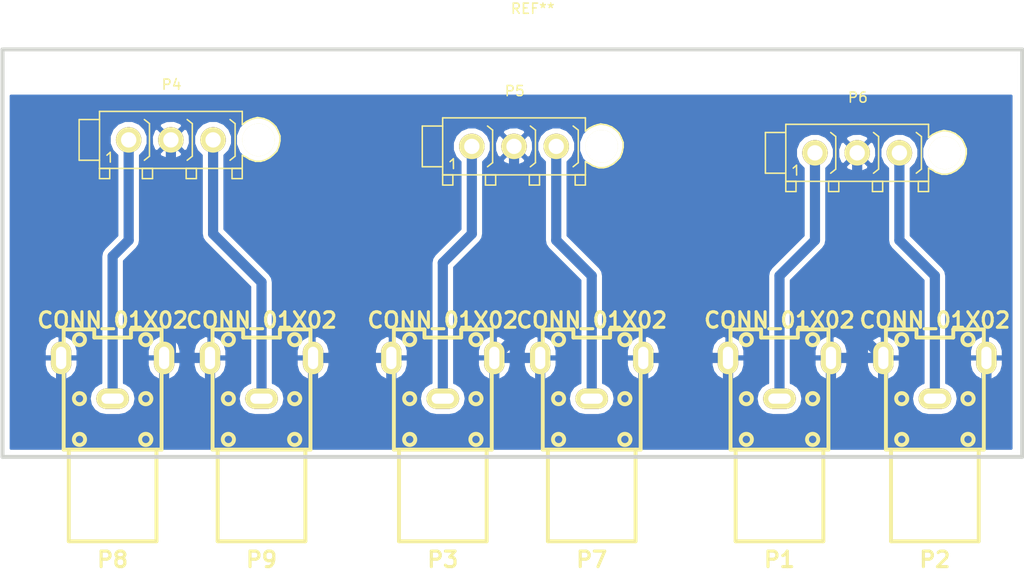
<source format=kicad_pcb>
(kicad_pcb (version 4) (host pcbnew 4.0.1-stable)

  (general
    (links 20)
    (no_connects 0)
    (area 89.72 72.34958 190.560301 128.978)
    (thickness 1.6)
    (drawings 0)
    (tracks 64)
    (zones 0)
    (modules 10)
    (nets 8)
  )

  (page A4)
  (layers
    (0 F.Cu signal)
    (31 B.Cu signal)
    (32 B.Adhes user)
    (33 F.Adhes user)
    (34 B.Paste user)
    (35 F.Paste user)
    (36 B.SilkS user)
    (37 F.SilkS user)
    (38 B.Mask user)
    (39 F.Mask user)
    (40 Dwgs.User user)
    (41 Cmts.User user)
    (42 Eco1.User user)
    (43 Eco2.User user)
    (44 Edge.Cuts user)
    (45 Margin user)
    (46 B.CrtYd user)
    (47 F.CrtYd user)
    (48 B.Fab user)
    (49 F.Fab user)
  )

  (setup
    (last_trace_width 0.25)
    (user_trace_width 1)
    (trace_clearance 0.2)
    (zone_clearance 0.508)
    (zone_45_only no)
    (trace_min 0.2)
    (segment_width 0.2)
    (edge_width 0.15)
    (via_size 0.6)
    (via_drill 0.4)
    (via_min_size 0.4)
    (via_min_drill 0.3)
    (uvia_size 0.3)
    (uvia_drill 0.1)
    (uvias_allowed no)
    (uvia_min_size 0.2)
    (uvia_min_drill 0.1)
    (pcb_text_width 0.3)
    (pcb_text_size 1.5 1.5)
    (mod_edge_width 0.15)
    (mod_text_size 1 1)
    (mod_text_width 0.15)
    (pad_size 1.524 1.524)
    (pad_drill 0.762)
    (pad_to_mask_clearance 0.2)
    (aux_axis_origin 0 0)
    (visible_elements 7FFFFFFF)
    (pcbplotparams
      (layerselection 0x00030_80000001)
      (usegerberextensions false)
      (excludeedgelayer true)
      (linewidth 0.100000)
      (plotframeref false)
      (viasonmask false)
      (mode 1)
      (useauxorigin false)
      (hpglpennumber 1)
      (hpglpenspeed 20)
      (hpglpendiameter 15)
      (hpglpenoverlay 2)
      (psnegative false)
      (psa4output false)
      (plotreference true)
      (plotvalue true)
      (plotinvisibletext false)
      (padsonsilk false)
      (subtractmaskfromsilk false)
      (outputformat 1)
      (mirror false)
      (drillshape 1)
      (scaleselection 1)
      (outputdirectory ""))
  )

  (net 0 "")
  (net 1 Earth_Clean)
  (net 2 "Net-(P1-Pad1)")
  (net 3 "Net-(P2-Pad1)")
  (net 4 "Net-(P3-Pad1)")
  (net 5 "Net-(P4-Pad1)")
  (net 6 "Net-(P4-Pad3)")
  (net 7 "Net-(P5-Pad3)")

  (net_class Default "Dies ist die voreingestellte Netzklasse."
    (clearance 0.2)
    (trace_width 0.25)
    (via_dia 0.6)
    (via_drill 0.4)
    (uvia_dia 0.3)
    (uvia_drill 0.1)
    (add_net Earth_Clean)
    (add_net "Net-(P1-Pad1)")
    (add_net "Net-(P2-Pad1)")
    (add_net "Net-(P3-Pad1)")
    (add_net "Net-(P4-Pad1)")
    (add_net "Net-(P4-Pad3)")
    (add_net "Net-(P5-Pad3)")
  )

  (module w_conn_av:rca_black (layer F.Cu) (tedit 54B6CDBA) (tstamp 56B76792)
    (at 166.37 111.76)
    (descr "RCA Audio connector, black, Pro Signal p/n PSG01544")
    (tags "rca, audio")
    (path /56B772A9)
    (fp_text reference P1 (at 0 15.7988) (layer F.SilkS)
      (effects (font (thickness 0.3048)))
    )
    (fp_text value CONN_01X02 (at 0 -7.69874) (layer F.SilkS)
      (effects (font (thickness 0.3048)))
    )
    (fp_circle (center -3.2512 -5.79882) (end -3.79984 -5.79882) (layer F.SilkS) (width 0.381))
    (fp_circle (center 3.2512 -5.79882) (end 2.70002 -5.84962) (layer F.SilkS) (width 0.381))
    (fp_circle (center 3.2512 4.0005) (end 2.70002 4.04876) (layer F.SilkS) (width 0.381))
    (fp_circle (center -3.2512 4.0005) (end -3.79984 3.9497) (layer F.SilkS) (width 0.381))
    (fp_circle (center -3.2512 0) (end -3.79984 0) (layer F.SilkS) (width 0.381))
    (fp_circle (center 3.2512 0) (end 2.70002 -0.0508) (layer F.SilkS) (width 0.381))
    (fp_line (start -4.30022 5.00126) (end -4.30022 14.00048) (layer F.SilkS) (width 0.381))
    (fp_line (start -4.30022 14.00048) (end 4.30022 14.00048) (layer F.SilkS) (width 0.381))
    (fp_line (start 4.30022 14.00048) (end 4.30022 5.00126) (layer F.SilkS) (width 0.381))
    (fp_line (start 4.8006 -4.89966) (end 5.40004 -4.89966) (layer F.SilkS) (width 0.381))
    (fp_line (start 5.40004 -4.89966) (end 5.40004 -3.0988) (layer F.SilkS) (width 0.381))
    (fp_line (start 5.40004 -3.0988) (end 4.8006 -3.0988) (layer F.SilkS) (width 0.381))
    (fp_line (start -5.40004 -4.89966) (end -4.8006 -4.89966) (layer F.SilkS) (width 0.381))
    (fp_line (start -4.8006 -3.0988) (end -5.40004 -3.0988) (layer F.SilkS) (width 0.381))
    (fp_line (start -5.40004 -3.0988) (end -5.40004 -4.89966) (layer F.SilkS) (width 0.381))
    (fp_line (start -4.8006 -6.79958) (end -1.80086 -6.79958) (layer F.SilkS) (width 0.381))
    (fp_line (start -1.80086 -6.79958) (end -1.80086 -5.99948) (layer F.SilkS) (width 0.381))
    (fp_line (start -1.80086 -5.99948) (end 1.80086 -5.99948) (layer F.SilkS) (width 0.381))
    (fp_line (start 1.80086 -5.99948) (end 1.80086 -6.79958) (layer F.SilkS) (width 0.381))
    (fp_line (start 1.80086 -6.79958) (end 4.8006 -6.79958) (layer F.SilkS) (width 0.381))
    (fp_line (start 4.8006 5.00126) (end -4.8006 5.00126) (layer F.SilkS) (width 0.381))
    (fp_line (start -4.8006 4.99872) (end -4.8006 -6.80212) (layer F.SilkS) (width 0.381))
    (fp_line (start 4.8006 -6.79958) (end 4.8006 5.00126) (layer F.SilkS) (width 0.381))
    (pad 2 thru_hole oval (at 5.05 -4) (size 2 3.2) (drill oval 1 2.2) (layers *.Cu *.Mask F.SilkS)
      (net 1 Earth_Clean))
    (pad 1 thru_hole oval (at 0 0) (size 3.2 2) (drill oval 2.2 1) (layers *.Cu *.Mask F.SilkS)
      (net 2 "Net-(P1-Pad1)"))
    (pad 2 thru_hole oval (at -5.05 -4) (size 2 3.2) (drill oval 1 2.2) (layers *.Cu *.Mask F.SilkS)
      (net 1 Earth_Clean))
    (model walter/conn_av/rca_black.wrl
      (at (xyz 0 0 0))
      (scale (xyz 1 1 1))
      (rotate (xyz 0 0 0))
    )
  )

  (module w_conn_av:rca_red (layer F.Cu) (tedit 0) (tstamp 56B76799)
    (at 181.61 111.76)
    (descr "RCA Audio connector, red, Pro Signal p/n PSG01545")
    (tags "rca, audio")
    (path /56B7732C)
    (fp_text reference P2 (at 0 15.7988) (layer F.SilkS)
      (effects (font (thickness 0.3048)))
    )
    (fp_text value CONN_01X02 (at 0 -7.69874) (layer F.SilkS)
      (effects (font (thickness 0.3048)))
    )
    (fp_circle (center -3.2512 -5.79882) (end -3.79984 -5.79882) (layer F.SilkS) (width 0.381))
    (fp_circle (center 3.2512 -5.79882) (end 2.70002 -5.84962) (layer F.SilkS) (width 0.381))
    (fp_circle (center 3.2512 4.0005) (end 2.70002 4.04876) (layer F.SilkS) (width 0.381))
    (fp_circle (center -3.2512 4.0005) (end -3.79984 3.9497) (layer F.SilkS) (width 0.381))
    (fp_circle (center -3.2512 0) (end -3.79984 0) (layer F.SilkS) (width 0.381))
    (fp_circle (center 3.2512 0) (end 2.70002 -0.0508) (layer F.SilkS) (width 0.381))
    (fp_line (start -4.30022 5.00126) (end -4.30022 14.00048) (layer F.SilkS) (width 0.381))
    (fp_line (start -4.30022 14.00048) (end 4.30022 14.00048) (layer F.SilkS) (width 0.381))
    (fp_line (start 4.30022 14.00048) (end 4.30022 5.00126) (layer F.SilkS) (width 0.381))
    (fp_line (start 4.8006 -4.89966) (end 5.40004 -4.89966) (layer F.SilkS) (width 0.381))
    (fp_line (start 5.40004 -4.89966) (end 5.40004 -3.0988) (layer F.SilkS) (width 0.381))
    (fp_line (start 5.40004 -3.0988) (end 4.8006 -3.0988) (layer F.SilkS) (width 0.381))
    (fp_line (start -5.40004 -4.89966) (end -4.8006 -4.89966) (layer F.SilkS) (width 0.381))
    (fp_line (start -4.8006 -3.0988) (end -5.40004 -3.0988) (layer F.SilkS) (width 0.381))
    (fp_line (start -5.40004 -3.0988) (end -5.40004 -4.89966) (layer F.SilkS) (width 0.381))
    (fp_line (start -4.8006 -6.79958) (end -1.80086 -6.79958) (layer F.SilkS) (width 0.381))
    (fp_line (start -1.80086 -6.79958) (end -1.80086 -5.99948) (layer F.SilkS) (width 0.381))
    (fp_line (start -1.80086 -5.99948) (end 1.80086 -5.99948) (layer F.SilkS) (width 0.381))
    (fp_line (start 1.80086 -5.99948) (end 1.80086 -6.79958) (layer F.SilkS) (width 0.381))
    (fp_line (start 1.80086 -6.79958) (end 4.8006 -6.79958) (layer F.SilkS) (width 0.381))
    (fp_line (start 4.8006 5.00126) (end -4.8006 5.00126) (layer F.SilkS) (width 0.381))
    (fp_line (start -4.8006 4.99872) (end -4.8006 -6.80212) (layer F.SilkS) (width 0.381))
    (fp_line (start 4.8006 -6.79958) (end 4.8006 5.00126) (layer F.SilkS) (width 0.381))
    (pad 2 thru_hole oval (at 5.0546 -3.99796) (size 1.99898 3.19786) (drill oval 0.99568 2.1971) (layers *.Cu *.Mask F.SilkS)
      (net 1 Earth_Clean))
    (pad 1 thru_hole oval (at 0 0) (size 3.19786 1.99898) (drill oval 2.1971 0.99568) (layers *.Cu *.Mask F.SilkS)
      (net 3 "Net-(P2-Pad1)"))
    (pad 2 thru_hole oval (at -5.0546 -3.99796) (size 1.99898 3.19786) (drill oval 0.99568 2.1971) (layers *.Cu *.Mask F.SilkS)
      (net 1 Earth_Clean))
    (model walter/conn_av/rca_red.wrl
      (at (xyz 0 0 0))
      (scale (xyz 1 1 1))
      (rotate (xyz 0 0 0))
    )
  )

  (module w_conn_av:rca_black (layer F.Cu) (tedit 54B6CDBA) (tstamp 56B767A0)
    (at 133.35 111.76)
    (descr "RCA Audio connector, black, Pro Signal p/n PSG01544")
    (tags "rca, audio")
    (path /56B7735F)
    (fp_text reference P3 (at 0 15.7988) (layer F.SilkS)
      (effects (font (thickness 0.3048)))
    )
    (fp_text value CONN_01X02 (at 0 -7.69874) (layer F.SilkS)
      (effects (font (thickness 0.3048)))
    )
    (fp_circle (center -3.2512 -5.79882) (end -3.79984 -5.79882) (layer F.SilkS) (width 0.381))
    (fp_circle (center 3.2512 -5.79882) (end 2.70002 -5.84962) (layer F.SilkS) (width 0.381))
    (fp_circle (center 3.2512 4.0005) (end 2.70002 4.04876) (layer F.SilkS) (width 0.381))
    (fp_circle (center -3.2512 4.0005) (end -3.79984 3.9497) (layer F.SilkS) (width 0.381))
    (fp_circle (center -3.2512 0) (end -3.79984 0) (layer F.SilkS) (width 0.381))
    (fp_circle (center 3.2512 0) (end 2.70002 -0.0508) (layer F.SilkS) (width 0.381))
    (fp_line (start -4.30022 5.00126) (end -4.30022 14.00048) (layer F.SilkS) (width 0.381))
    (fp_line (start -4.30022 14.00048) (end 4.30022 14.00048) (layer F.SilkS) (width 0.381))
    (fp_line (start 4.30022 14.00048) (end 4.30022 5.00126) (layer F.SilkS) (width 0.381))
    (fp_line (start 4.8006 -4.89966) (end 5.40004 -4.89966) (layer F.SilkS) (width 0.381))
    (fp_line (start 5.40004 -4.89966) (end 5.40004 -3.0988) (layer F.SilkS) (width 0.381))
    (fp_line (start 5.40004 -3.0988) (end 4.8006 -3.0988) (layer F.SilkS) (width 0.381))
    (fp_line (start -5.40004 -4.89966) (end -4.8006 -4.89966) (layer F.SilkS) (width 0.381))
    (fp_line (start -4.8006 -3.0988) (end -5.40004 -3.0988) (layer F.SilkS) (width 0.381))
    (fp_line (start -5.40004 -3.0988) (end -5.40004 -4.89966) (layer F.SilkS) (width 0.381))
    (fp_line (start -4.8006 -6.79958) (end -1.80086 -6.79958) (layer F.SilkS) (width 0.381))
    (fp_line (start -1.80086 -6.79958) (end -1.80086 -5.99948) (layer F.SilkS) (width 0.381))
    (fp_line (start -1.80086 -5.99948) (end 1.80086 -5.99948) (layer F.SilkS) (width 0.381))
    (fp_line (start 1.80086 -5.99948) (end 1.80086 -6.79958) (layer F.SilkS) (width 0.381))
    (fp_line (start 1.80086 -6.79958) (end 4.8006 -6.79958) (layer F.SilkS) (width 0.381))
    (fp_line (start 4.8006 5.00126) (end -4.8006 5.00126) (layer F.SilkS) (width 0.381))
    (fp_line (start -4.8006 4.99872) (end -4.8006 -6.80212) (layer F.SilkS) (width 0.381))
    (fp_line (start 4.8006 -6.79958) (end 4.8006 5.00126) (layer F.SilkS) (width 0.381))
    (pad 2 thru_hole oval (at 5.05 -4) (size 2 3.2) (drill oval 1 2.2) (layers *.Cu *.Mask F.SilkS)
      (net 1 Earth_Clean))
    (pad 1 thru_hole oval (at 0 0) (size 3.2 2) (drill oval 2.2 1) (layers *.Cu *.Mask F.SilkS)
      (net 4 "Net-(P3-Pad1)"))
    (pad 2 thru_hole oval (at -5.05 -4) (size 2 3.2) (drill oval 1 2.2) (layers *.Cu *.Mask F.SilkS)
      (net 1 Earth_Clean))
    (model walter/conn_av/rca_black.wrl
      (at (xyz 0 0 0))
      (scale (xyz 1 1 1))
      (rotate (xyz 0 0 0))
    )
  )

  (module Sockets_Mini-Universal:MiniUniversalMate-N-LokSocket_3PinVertical (layer F.Cu) (tedit 0) (tstamp 56B767A8)
    (at 106.68 86.36)
    (descr "Mini Universal Mate-N-Lok Socket, 3 Pin, Vertical,")
    (tags "Mini Universal Mate-N-Lok Socket, 3 Pin, Vertical,")
    (path /56B77046)
    (fp_text reference P4 (at 0.07112 -5.43052) (layer F.SilkS)
      (effects (font (size 1 1) (thickness 0.15)))
    )
    (fp_text value CONN_01X03 (at -0.70104 5.62102) (layer F.Fab)
      (effects (font (size 1 1) (thickness 0.15)))
    )
    (fp_line (start -6.27126 1.50114) (end -5.95122 1.2192) (layer F.SilkS) (width 0.15))
    (fp_line (start -5.95122 1.2192) (end -5.94106 2.17932) (layer F.SilkS) (width 0.15))
    (fp_line (start 5.99694 3.79984) (end 5.99694 2.80162) (layer F.SilkS) (width 0.15))
    (fp_line (start 6.9977 3.79984) (end 5.99694 3.79984) (layer F.SilkS) (width 0.15))
    (fp_line (start 6.9977 2.80162) (end 6.9977 3.79984) (layer F.SilkS) (width 0.15))
    (fp_line (start 5.99694 2.80162) (end 6.9977 2.80162) (layer F.SilkS) (width 0.15))
    (fp_line (start 1.4986 2.80162) (end 2.49936 2.80162) (layer F.SilkS) (width 0.15))
    (fp_line (start 2.49936 2.80162) (end 2.49936 3.79984) (layer F.SilkS) (width 0.15))
    (fp_line (start 2.49936 3.79984) (end 1.4986 3.79984) (layer F.SilkS) (width 0.15))
    (fp_line (start 1.4986 3.79984) (end 1.4986 2.80162) (layer F.SilkS) (width 0.15))
    (fp_line (start -2.80162 3.79984) (end -2.80162 2.80162) (layer F.SilkS) (width 0.15))
    (fp_line (start -1.80086 3.79984) (end -2.80162 3.79984) (layer F.SilkS) (width 0.15))
    (fp_line (start -1.80086 2.80162) (end -1.80086 3.79984) (layer F.SilkS) (width 0.15))
    (fp_line (start -2.80162 2.80162) (end -1.80086 2.80162) (layer F.SilkS) (width 0.15))
    (fp_line (start -7.00024 2.80162) (end -5.99948 2.80162) (layer F.SilkS) (width 0.15))
    (fp_line (start -5.99948 2.80162) (end -5.99948 3.79984) (layer F.SilkS) (width 0.15))
    (fp_line (start -5.99948 3.79984) (end -7.00024 3.79984) (layer F.SilkS) (width 0.15))
    (fp_line (start -7.00024 3.79984) (end -7.00024 2.80162) (layer F.SilkS) (width 0.15))
    (fp_line (start 6.2992 -1.6002) (end 5.79882 -1.99898) (layer F.SilkS) (width 0.15))
    (fp_line (start 6.2992 -1.6002) (end 6.2992 1.6002) (layer F.SilkS) (width 0.15))
    (fp_line (start 6.2992 1.6002) (end 5.79882 1.99898) (layer F.SilkS) (width 0.15))
    (fp_line (start 2.10058 1.6002) (end 1.6002 1.99898) (layer F.SilkS) (width 0.15))
    (fp_line (start 2.10058 -1.6002) (end 1.6002 -1.99898) (layer F.SilkS) (width 0.15))
    (fp_line (start -2.10058 1.6002) (end -2.60096 1.99898) (layer F.SilkS) (width 0.15))
    (fp_line (start -2.10058 -1.6002) (end -2.60096 -1.99898) (layer F.SilkS) (width 0.15))
    (fp_line (start 2.10058 -1.6002) (end 2.10058 1.6002) (layer F.SilkS) (width 0.15))
    (fp_line (start -2.10058 -1.6002) (end -2.10058 1.6002) (layer F.SilkS) (width 0.15))
    (fp_line (start -7.00024 -1.99898) (end -8.99922 -1.99898) (layer F.SilkS) (width 0.15))
    (fp_line (start -8.99922 -1.99898) (end -8.99922 1.99898) (layer F.SilkS) (width 0.15))
    (fp_line (start -8.99922 1.99898) (end -7.00024 1.99898) (layer F.SilkS) (width 0.15))
    (fp_line (start 7.00024 -1.50114) (end 7.39902 -1.80086) (layer F.SilkS) (width 0.15))
    (fp_line (start 7.39902 -1.80086) (end 7.80034 -1.99898) (layer F.SilkS) (width 0.15))
    (fp_line (start 7.80034 -1.99898) (end 8.10006 -2.10058) (layer F.SilkS) (width 0.15))
    (fp_line (start 8.10006 -2.10058) (end 8.49884 -2.19964) (layer F.SilkS) (width 0.15))
    (fp_line (start 8.49884 -2.19964) (end 9.10082 -2.10058) (layer F.SilkS) (width 0.15))
    (fp_line (start 9.10082 -2.10058) (end 9.6012 -1.89992) (layer F.SilkS) (width 0.15))
    (fp_line (start 9.6012 -1.89992) (end 9.99998 -1.6002) (layer F.SilkS) (width 0.15))
    (fp_line (start 9.99998 -1.6002) (end 10.2997 -1.30048) (layer F.SilkS) (width 0.15))
    (fp_line (start 10.2997 -1.30048) (end 10.50036 -0.89916) (layer F.SilkS) (width 0.15))
    (fp_line (start 10.50036 -0.89916) (end 10.70102 -0.39878) (layer F.SilkS) (width 0.15))
    (fp_line (start 10.70102 -0.39878) (end 10.70102 0.09906) (layer F.SilkS) (width 0.15))
    (fp_line (start 10.70102 0.09906) (end 10.59942 0.59944) (layer F.SilkS) (width 0.15))
    (fp_line (start 10.59942 0.59944) (end 10.39876 1.09982) (layer F.SilkS) (width 0.15))
    (fp_line (start 10.39876 1.09982) (end 9.99998 1.50114) (layer F.SilkS) (width 0.15))
    (fp_line (start 9.99998 1.50114) (end 9.6012 1.80086) (layer F.SilkS) (width 0.15))
    (fp_line (start 9.6012 1.80086) (end 9.19988 1.99898) (layer F.SilkS) (width 0.15))
    (fp_line (start 9.19988 1.99898) (end 8.8011 2.10058) (layer F.SilkS) (width 0.15))
    (fp_line (start 8.8011 2.10058) (end 8.30072 2.10058) (layer F.SilkS) (width 0.15))
    (fp_line (start 8.30072 2.10058) (end 7.69874 1.89992) (layer F.SilkS) (width 0.15))
    (fp_line (start 7.69874 1.89992) (end 7.39902 1.69926) (layer F.SilkS) (width 0.15))
    (fp_line (start 7.39902 1.69926) (end 7.00024 1.50114) (layer F.SilkS) (width 0.15))
    (fp_line (start 7.00024 2.79908) (end 7.00024 1.50114) (layer F.SilkS) (width 0.15))
    (fp_line (start 7.00024 -2.79908) (end 7.00024 -1.50114) (layer F.SilkS) (width 0.15))
    (fp_line (start -7.00024 -2.79908) (end -7.00024 2.79908) (layer F.SilkS) (width 0.15))
    (fp_line (start -7.00024 2.79908) (end 7.00024 2.79908) (layer F.SilkS) (width 0.15))
    (fp_line (start -7.00024 -2.79908) (end 7.00024 -2.79908) (layer F.SilkS) (width 0.15))
    (pad 2 thru_hole circle (at 0 0 90) (size 2.49936 2.49936) (drill 1.50114) (layers *.Cu *.Mask F.SilkS)
      (net 1 Earth_Clean))
    (pad "" np_thru_hole circle (at 8.59028 0) (size 3.2004 3.2004) (drill 3.2004) (layers *.Cu *.Mask F.SilkS))
    (pad 1 thru_hole circle (at -4.1402 0 90) (size 2.49936 2.49936) (drill 1.50114) (layers *.Cu *.Mask F.SilkS)
      (net 5 "Net-(P4-Pad1)"))
    (pad 3 thru_hole circle (at 4.1402 0 90) (size 2.49936 2.49936) (drill 1.50114) (layers *.Cu *.Mask F.SilkS)
      (net 6 "Net-(P4-Pad3)"))
  )

  (module Sockets_Mini-Universal:MiniUniversalMate-N-LokSocket_3PinVertical (layer F.Cu) (tedit 0) (tstamp 56B767B0)
    (at 140.335 86.995)
    (descr "Mini Universal Mate-N-Lok Socket, 3 Pin, Vertical,")
    (tags "Mini Universal Mate-N-Lok Socket, 3 Pin, Vertical,")
    (path /56B76F91)
    (fp_text reference P5 (at 0.07112 -5.43052) (layer F.SilkS)
      (effects (font (size 1 1) (thickness 0.15)))
    )
    (fp_text value CONN_01X03 (at -0.70104 5.62102) (layer F.Fab)
      (effects (font (size 1 1) (thickness 0.15)))
    )
    (fp_line (start -6.27126 1.50114) (end -5.95122 1.2192) (layer F.SilkS) (width 0.15))
    (fp_line (start -5.95122 1.2192) (end -5.94106 2.17932) (layer F.SilkS) (width 0.15))
    (fp_line (start 5.99694 3.79984) (end 5.99694 2.80162) (layer F.SilkS) (width 0.15))
    (fp_line (start 6.9977 3.79984) (end 5.99694 3.79984) (layer F.SilkS) (width 0.15))
    (fp_line (start 6.9977 2.80162) (end 6.9977 3.79984) (layer F.SilkS) (width 0.15))
    (fp_line (start 5.99694 2.80162) (end 6.9977 2.80162) (layer F.SilkS) (width 0.15))
    (fp_line (start 1.4986 2.80162) (end 2.49936 2.80162) (layer F.SilkS) (width 0.15))
    (fp_line (start 2.49936 2.80162) (end 2.49936 3.79984) (layer F.SilkS) (width 0.15))
    (fp_line (start 2.49936 3.79984) (end 1.4986 3.79984) (layer F.SilkS) (width 0.15))
    (fp_line (start 1.4986 3.79984) (end 1.4986 2.80162) (layer F.SilkS) (width 0.15))
    (fp_line (start -2.80162 3.79984) (end -2.80162 2.80162) (layer F.SilkS) (width 0.15))
    (fp_line (start -1.80086 3.79984) (end -2.80162 3.79984) (layer F.SilkS) (width 0.15))
    (fp_line (start -1.80086 2.80162) (end -1.80086 3.79984) (layer F.SilkS) (width 0.15))
    (fp_line (start -2.80162 2.80162) (end -1.80086 2.80162) (layer F.SilkS) (width 0.15))
    (fp_line (start -7.00024 2.80162) (end -5.99948 2.80162) (layer F.SilkS) (width 0.15))
    (fp_line (start -5.99948 2.80162) (end -5.99948 3.79984) (layer F.SilkS) (width 0.15))
    (fp_line (start -5.99948 3.79984) (end -7.00024 3.79984) (layer F.SilkS) (width 0.15))
    (fp_line (start -7.00024 3.79984) (end -7.00024 2.80162) (layer F.SilkS) (width 0.15))
    (fp_line (start 6.2992 -1.6002) (end 5.79882 -1.99898) (layer F.SilkS) (width 0.15))
    (fp_line (start 6.2992 -1.6002) (end 6.2992 1.6002) (layer F.SilkS) (width 0.15))
    (fp_line (start 6.2992 1.6002) (end 5.79882 1.99898) (layer F.SilkS) (width 0.15))
    (fp_line (start 2.10058 1.6002) (end 1.6002 1.99898) (layer F.SilkS) (width 0.15))
    (fp_line (start 2.10058 -1.6002) (end 1.6002 -1.99898) (layer F.SilkS) (width 0.15))
    (fp_line (start -2.10058 1.6002) (end -2.60096 1.99898) (layer F.SilkS) (width 0.15))
    (fp_line (start -2.10058 -1.6002) (end -2.60096 -1.99898) (layer F.SilkS) (width 0.15))
    (fp_line (start 2.10058 -1.6002) (end 2.10058 1.6002) (layer F.SilkS) (width 0.15))
    (fp_line (start -2.10058 -1.6002) (end -2.10058 1.6002) (layer F.SilkS) (width 0.15))
    (fp_line (start -7.00024 -1.99898) (end -8.99922 -1.99898) (layer F.SilkS) (width 0.15))
    (fp_line (start -8.99922 -1.99898) (end -8.99922 1.99898) (layer F.SilkS) (width 0.15))
    (fp_line (start -8.99922 1.99898) (end -7.00024 1.99898) (layer F.SilkS) (width 0.15))
    (fp_line (start 7.00024 -1.50114) (end 7.39902 -1.80086) (layer F.SilkS) (width 0.15))
    (fp_line (start 7.39902 -1.80086) (end 7.80034 -1.99898) (layer F.SilkS) (width 0.15))
    (fp_line (start 7.80034 -1.99898) (end 8.10006 -2.10058) (layer F.SilkS) (width 0.15))
    (fp_line (start 8.10006 -2.10058) (end 8.49884 -2.19964) (layer F.SilkS) (width 0.15))
    (fp_line (start 8.49884 -2.19964) (end 9.10082 -2.10058) (layer F.SilkS) (width 0.15))
    (fp_line (start 9.10082 -2.10058) (end 9.6012 -1.89992) (layer F.SilkS) (width 0.15))
    (fp_line (start 9.6012 -1.89992) (end 9.99998 -1.6002) (layer F.SilkS) (width 0.15))
    (fp_line (start 9.99998 -1.6002) (end 10.2997 -1.30048) (layer F.SilkS) (width 0.15))
    (fp_line (start 10.2997 -1.30048) (end 10.50036 -0.89916) (layer F.SilkS) (width 0.15))
    (fp_line (start 10.50036 -0.89916) (end 10.70102 -0.39878) (layer F.SilkS) (width 0.15))
    (fp_line (start 10.70102 -0.39878) (end 10.70102 0.09906) (layer F.SilkS) (width 0.15))
    (fp_line (start 10.70102 0.09906) (end 10.59942 0.59944) (layer F.SilkS) (width 0.15))
    (fp_line (start 10.59942 0.59944) (end 10.39876 1.09982) (layer F.SilkS) (width 0.15))
    (fp_line (start 10.39876 1.09982) (end 9.99998 1.50114) (layer F.SilkS) (width 0.15))
    (fp_line (start 9.99998 1.50114) (end 9.6012 1.80086) (layer F.SilkS) (width 0.15))
    (fp_line (start 9.6012 1.80086) (end 9.19988 1.99898) (layer F.SilkS) (width 0.15))
    (fp_line (start 9.19988 1.99898) (end 8.8011 2.10058) (layer F.SilkS) (width 0.15))
    (fp_line (start 8.8011 2.10058) (end 8.30072 2.10058) (layer F.SilkS) (width 0.15))
    (fp_line (start 8.30072 2.10058) (end 7.69874 1.89992) (layer F.SilkS) (width 0.15))
    (fp_line (start 7.69874 1.89992) (end 7.39902 1.69926) (layer F.SilkS) (width 0.15))
    (fp_line (start 7.39902 1.69926) (end 7.00024 1.50114) (layer F.SilkS) (width 0.15))
    (fp_line (start 7.00024 2.79908) (end 7.00024 1.50114) (layer F.SilkS) (width 0.15))
    (fp_line (start 7.00024 -2.79908) (end 7.00024 -1.50114) (layer F.SilkS) (width 0.15))
    (fp_line (start -7.00024 -2.79908) (end -7.00024 2.79908) (layer F.SilkS) (width 0.15))
    (fp_line (start -7.00024 2.79908) (end 7.00024 2.79908) (layer F.SilkS) (width 0.15))
    (fp_line (start -7.00024 -2.79908) (end 7.00024 -2.79908) (layer F.SilkS) (width 0.15))
    (pad 2 thru_hole circle (at 0 0 90) (size 2.49936 2.49936) (drill 1.50114) (layers *.Cu *.Mask F.SilkS)
      (net 1 Earth_Clean))
    (pad "" np_thru_hole circle (at 8.59028 0) (size 3.2004 3.2004) (drill 3.2004) (layers *.Cu *.Mask F.SilkS))
    (pad 1 thru_hole circle (at -4.1402 0 90) (size 2.49936 2.49936) (drill 1.50114) (layers *.Cu *.Mask F.SilkS)
      (net 4 "Net-(P3-Pad1)"))
    (pad 3 thru_hole circle (at 4.1402 0 90) (size 2.49936 2.49936) (drill 1.50114) (layers *.Cu *.Mask F.SilkS)
      (net 7 "Net-(P5-Pad3)"))
  )

  (module Sockets_Mini-Universal:MiniUniversalMate-N-LokSocket_3PinVertical (layer F.Cu) (tedit 0) (tstamp 56B767B8)
    (at 173.99 87.63)
    (descr "Mini Universal Mate-N-Lok Socket, 3 Pin, Vertical,")
    (tags "Mini Universal Mate-N-Lok Socket, 3 Pin, Vertical,")
    (path /56B76ECB)
    (fp_text reference P6 (at 0.07112 -5.43052) (layer F.SilkS)
      (effects (font (size 1 1) (thickness 0.15)))
    )
    (fp_text value CONN_01X03 (at -0.70104 5.62102) (layer F.Fab)
      (effects (font (size 1 1) (thickness 0.15)))
    )
    (fp_line (start -6.27126 1.50114) (end -5.95122 1.2192) (layer F.SilkS) (width 0.15))
    (fp_line (start -5.95122 1.2192) (end -5.94106 2.17932) (layer F.SilkS) (width 0.15))
    (fp_line (start 5.99694 3.79984) (end 5.99694 2.80162) (layer F.SilkS) (width 0.15))
    (fp_line (start 6.9977 3.79984) (end 5.99694 3.79984) (layer F.SilkS) (width 0.15))
    (fp_line (start 6.9977 2.80162) (end 6.9977 3.79984) (layer F.SilkS) (width 0.15))
    (fp_line (start 5.99694 2.80162) (end 6.9977 2.80162) (layer F.SilkS) (width 0.15))
    (fp_line (start 1.4986 2.80162) (end 2.49936 2.80162) (layer F.SilkS) (width 0.15))
    (fp_line (start 2.49936 2.80162) (end 2.49936 3.79984) (layer F.SilkS) (width 0.15))
    (fp_line (start 2.49936 3.79984) (end 1.4986 3.79984) (layer F.SilkS) (width 0.15))
    (fp_line (start 1.4986 3.79984) (end 1.4986 2.80162) (layer F.SilkS) (width 0.15))
    (fp_line (start -2.80162 3.79984) (end -2.80162 2.80162) (layer F.SilkS) (width 0.15))
    (fp_line (start -1.80086 3.79984) (end -2.80162 3.79984) (layer F.SilkS) (width 0.15))
    (fp_line (start -1.80086 2.80162) (end -1.80086 3.79984) (layer F.SilkS) (width 0.15))
    (fp_line (start -2.80162 2.80162) (end -1.80086 2.80162) (layer F.SilkS) (width 0.15))
    (fp_line (start -7.00024 2.80162) (end -5.99948 2.80162) (layer F.SilkS) (width 0.15))
    (fp_line (start -5.99948 2.80162) (end -5.99948 3.79984) (layer F.SilkS) (width 0.15))
    (fp_line (start -5.99948 3.79984) (end -7.00024 3.79984) (layer F.SilkS) (width 0.15))
    (fp_line (start -7.00024 3.79984) (end -7.00024 2.80162) (layer F.SilkS) (width 0.15))
    (fp_line (start 6.2992 -1.6002) (end 5.79882 -1.99898) (layer F.SilkS) (width 0.15))
    (fp_line (start 6.2992 -1.6002) (end 6.2992 1.6002) (layer F.SilkS) (width 0.15))
    (fp_line (start 6.2992 1.6002) (end 5.79882 1.99898) (layer F.SilkS) (width 0.15))
    (fp_line (start 2.10058 1.6002) (end 1.6002 1.99898) (layer F.SilkS) (width 0.15))
    (fp_line (start 2.10058 -1.6002) (end 1.6002 -1.99898) (layer F.SilkS) (width 0.15))
    (fp_line (start -2.10058 1.6002) (end -2.60096 1.99898) (layer F.SilkS) (width 0.15))
    (fp_line (start -2.10058 -1.6002) (end -2.60096 -1.99898) (layer F.SilkS) (width 0.15))
    (fp_line (start 2.10058 -1.6002) (end 2.10058 1.6002) (layer F.SilkS) (width 0.15))
    (fp_line (start -2.10058 -1.6002) (end -2.10058 1.6002) (layer F.SilkS) (width 0.15))
    (fp_line (start -7.00024 -1.99898) (end -8.99922 -1.99898) (layer F.SilkS) (width 0.15))
    (fp_line (start -8.99922 -1.99898) (end -8.99922 1.99898) (layer F.SilkS) (width 0.15))
    (fp_line (start -8.99922 1.99898) (end -7.00024 1.99898) (layer F.SilkS) (width 0.15))
    (fp_line (start 7.00024 -1.50114) (end 7.39902 -1.80086) (layer F.SilkS) (width 0.15))
    (fp_line (start 7.39902 -1.80086) (end 7.80034 -1.99898) (layer F.SilkS) (width 0.15))
    (fp_line (start 7.80034 -1.99898) (end 8.10006 -2.10058) (layer F.SilkS) (width 0.15))
    (fp_line (start 8.10006 -2.10058) (end 8.49884 -2.19964) (layer F.SilkS) (width 0.15))
    (fp_line (start 8.49884 -2.19964) (end 9.10082 -2.10058) (layer F.SilkS) (width 0.15))
    (fp_line (start 9.10082 -2.10058) (end 9.6012 -1.89992) (layer F.SilkS) (width 0.15))
    (fp_line (start 9.6012 -1.89992) (end 9.99998 -1.6002) (layer F.SilkS) (width 0.15))
    (fp_line (start 9.99998 -1.6002) (end 10.2997 -1.30048) (layer F.SilkS) (width 0.15))
    (fp_line (start 10.2997 -1.30048) (end 10.50036 -0.89916) (layer F.SilkS) (width 0.15))
    (fp_line (start 10.50036 -0.89916) (end 10.70102 -0.39878) (layer F.SilkS) (width 0.15))
    (fp_line (start 10.70102 -0.39878) (end 10.70102 0.09906) (layer F.SilkS) (width 0.15))
    (fp_line (start 10.70102 0.09906) (end 10.59942 0.59944) (layer F.SilkS) (width 0.15))
    (fp_line (start 10.59942 0.59944) (end 10.39876 1.09982) (layer F.SilkS) (width 0.15))
    (fp_line (start 10.39876 1.09982) (end 9.99998 1.50114) (layer F.SilkS) (width 0.15))
    (fp_line (start 9.99998 1.50114) (end 9.6012 1.80086) (layer F.SilkS) (width 0.15))
    (fp_line (start 9.6012 1.80086) (end 9.19988 1.99898) (layer F.SilkS) (width 0.15))
    (fp_line (start 9.19988 1.99898) (end 8.8011 2.10058) (layer F.SilkS) (width 0.15))
    (fp_line (start 8.8011 2.10058) (end 8.30072 2.10058) (layer F.SilkS) (width 0.15))
    (fp_line (start 8.30072 2.10058) (end 7.69874 1.89992) (layer F.SilkS) (width 0.15))
    (fp_line (start 7.69874 1.89992) (end 7.39902 1.69926) (layer F.SilkS) (width 0.15))
    (fp_line (start 7.39902 1.69926) (end 7.00024 1.50114) (layer F.SilkS) (width 0.15))
    (fp_line (start 7.00024 2.79908) (end 7.00024 1.50114) (layer F.SilkS) (width 0.15))
    (fp_line (start 7.00024 -2.79908) (end 7.00024 -1.50114) (layer F.SilkS) (width 0.15))
    (fp_line (start -7.00024 -2.79908) (end -7.00024 2.79908) (layer F.SilkS) (width 0.15))
    (fp_line (start -7.00024 2.79908) (end 7.00024 2.79908) (layer F.SilkS) (width 0.15))
    (fp_line (start -7.00024 -2.79908) (end 7.00024 -2.79908) (layer F.SilkS) (width 0.15))
    (pad 2 thru_hole circle (at 0 0 90) (size 2.49936 2.49936) (drill 1.50114) (layers *.Cu *.Mask F.SilkS)
      (net 1 Earth_Clean))
    (pad "" np_thru_hole circle (at 8.59028 0) (size 3.2004 3.2004) (drill 3.2004) (layers *.Cu *.Mask F.SilkS))
    (pad 1 thru_hole circle (at -4.1402 0 90) (size 2.49936 2.49936) (drill 1.50114) (layers *.Cu *.Mask F.SilkS)
      (net 2 "Net-(P1-Pad1)"))
    (pad 3 thru_hole circle (at 4.1402 0 90) (size 2.49936 2.49936) (drill 1.50114) (layers *.Cu *.Mask F.SilkS)
      (net 3 "Net-(P2-Pad1)"))
  )

  (module w_conn_av:rca_red (layer F.Cu) (tedit 0) (tstamp 56B767BF)
    (at 147.955 111.76)
    (descr "RCA Audio connector, red, Pro Signal p/n PSG01545")
    (tags "rca, audio")
    (path /56B773E5)
    (fp_text reference P7 (at 0 15.7988) (layer F.SilkS)
      (effects (font (thickness 0.3048)))
    )
    (fp_text value CONN_01X02 (at 0 -7.69874) (layer F.SilkS)
      (effects (font (thickness 0.3048)))
    )
    (fp_circle (center -3.2512 -5.79882) (end -3.79984 -5.79882) (layer F.SilkS) (width 0.381))
    (fp_circle (center 3.2512 -5.79882) (end 2.70002 -5.84962) (layer F.SilkS) (width 0.381))
    (fp_circle (center 3.2512 4.0005) (end 2.70002 4.04876) (layer F.SilkS) (width 0.381))
    (fp_circle (center -3.2512 4.0005) (end -3.79984 3.9497) (layer F.SilkS) (width 0.381))
    (fp_circle (center -3.2512 0) (end -3.79984 0) (layer F.SilkS) (width 0.381))
    (fp_circle (center 3.2512 0) (end 2.70002 -0.0508) (layer F.SilkS) (width 0.381))
    (fp_line (start -4.30022 5.00126) (end -4.30022 14.00048) (layer F.SilkS) (width 0.381))
    (fp_line (start -4.30022 14.00048) (end 4.30022 14.00048) (layer F.SilkS) (width 0.381))
    (fp_line (start 4.30022 14.00048) (end 4.30022 5.00126) (layer F.SilkS) (width 0.381))
    (fp_line (start 4.8006 -4.89966) (end 5.40004 -4.89966) (layer F.SilkS) (width 0.381))
    (fp_line (start 5.40004 -4.89966) (end 5.40004 -3.0988) (layer F.SilkS) (width 0.381))
    (fp_line (start 5.40004 -3.0988) (end 4.8006 -3.0988) (layer F.SilkS) (width 0.381))
    (fp_line (start -5.40004 -4.89966) (end -4.8006 -4.89966) (layer F.SilkS) (width 0.381))
    (fp_line (start -4.8006 -3.0988) (end -5.40004 -3.0988) (layer F.SilkS) (width 0.381))
    (fp_line (start -5.40004 -3.0988) (end -5.40004 -4.89966) (layer F.SilkS) (width 0.381))
    (fp_line (start -4.8006 -6.79958) (end -1.80086 -6.79958) (layer F.SilkS) (width 0.381))
    (fp_line (start -1.80086 -6.79958) (end -1.80086 -5.99948) (layer F.SilkS) (width 0.381))
    (fp_line (start -1.80086 -5.99948) (end 1.80086 -5.99948) (layer F.SilkS) (width 0.381))
    (fp_line (start 1.80086 -5.99948) (end 1.80086 -6.79958) (layer F.SilkS) (width 0.381))
    (fp_line (start 1.80086 -6.79958) (end 4.8006 -6.79958) (layer F.SilkS) (width 0.381))
    (fp_line (start 4.8006 5.00126) (end -4.8006 5.00126) (layer F.SilkS) (width 0.381))
    (fp_line (start -4.8006 4.99872) (end -4.8006 -6.80212) (layer F.SilkS) (width 0.381))
    (fp_line (start 4.8006 -6.79958) (end 4.8006 5.00126) (layer F.SilkS) (width 0.381))
    (pad 2 thru_hole oval (at 5.0546 -3.99796) (size 1.99898 3.19786) (drill oval 0.99568 2.1971) (layers *.Cu *.Mask F.SilkS)
      (net 1 Earth_Clean))
    (pad 1 thru_hole oval (at 0 0) (size 3.19786 1.99898) (drill oval 2.1971 0.99568) (layers *.Cu *.Mask F.SilkS)
      (net 7 "Net-(P5-Pad3)"))
    (pad 2 thru_hole oval (at -5.0546 -3.99796) (size 1.99898 3.19786) (drill oval 0.99568 2.1971) (layers *.Cu *.Mask F.SilkS)
      (net 1 Earth_Clean))
    (model walter/conn_av/rca_red.wrl
      (at (xyz 0 0 0))
      (scale (xyz 1 1 1))
      (rotate (xyz 0 0 0))
    )
  )

  (module w_conn_av:rca_black (layer F.Cu) (tedit 54B6CDBA) (tstamp 56B767C6)
    (at 100.965 111.76)
    (descr "RCA Audio connector, black, Pro Signal p/n PSG01544")
    (tags "rca, audio")
    (path /56B77420)
    (fp_text reference P8 (at 0 15.7988) (layer F.SilkS)
      (effects (font (thickness 0.3048)))
    )
    (fp_text value CONN_01X02 (at 0 -7.69874) (layer F.SilkS)
      (effects (font (thickness 0.3048)))
    )
    (fp_circle (center -3.2512 -5.79882) (end -3.79984 -5.79882) (layer F.SilkS) (width 0.381))
    (fp_circle (center 3.2512 -5.79882) (end 2.70002 -5.84962) (layer F.SilkS) (width 0.381))
    (fp_circle (center 3.2512 4.0005) (end 2.70002 4.04876) (layer F.SilkS) (width 0.381))
    (fp_circle (center -3.2512 4.0005) (end -3.79984 3.9497) (layer F.SilkS) (width 0.381))
    (fp_circle (center -3.2512 0) (end -3.79984 0) (layer F.SilkS) (width 0.381))
    (fp_circle (center 3.2512 0) (end 2.70002 -0.0508) (layer F.SilkS) (width 0.381))
    (fp_line (start -4.30022 5.00126) (end -4.30022 14.00048) (layer F.SilkS) (width 0.381))
    (fp_line (start -4.30022 14.00048) (end 4.30022 14.00048) (layer F.SilkS) (width 0.381))
    (fp_line (start 4.30022 14.00048) (end 4.30022 5.00126) (layer F.SilkS) (width 0.381))
    (fp_line (start 4.8006 -4.89966) (end 5.40004 -4.89966) (layer F.SilkS) (width 0.381))
    (fp_line (start 5.40004 -4.89966) (end 5.40004 -3.0988) (layer F.SilkS) (width 0.381))
    (fp_line (start 5.40004 -3.0988) (end 4.8006 -3.0988) (layer F.SilkS) (width 0.381))
    (fp_line (start -5.40004 -4.89966) (end -4.8006 -4.89966) (layer F.SilkS) (width 0.381))
    (fp_line (start -4.8006 -3.0988) (end -5.40004 -3.0988) (layer F.SilkS) (width 0.381))
    (fp_line (start -5.40004 -3.0988) (end -5.40004 -4.89966) (layer F.SilkS) (width 0.381))
    (fp_line (start -4.8006 -6.79958) (end -1.80086 -6.79958) (layer F.SilkS) (width 0.381))
    (fp_line (start -1.80086 -6.79958) (end -1.80086 -5.99948) (layer F.SilkS) (width 0.381))
    (fp_line (start -1.80086 -5.99948) (end 1.80086 -5.99948) (layer F.SilkS) (width 0.381))
    (fp_line (start 1.80086 -5.99948) (end 1.80086 -6.79958) (layer F.SilkS) (width 0.381))
    (fp_line (start 1.80086 -6.79958) (end 4.8006 -6.79958) (layer F.SilkS) (width 0.381))
    (fp_line (start 4.8006 5.00126) (end -4.8006 5.00126) (layer F.SilkS) (width 0.381))
    (fp_line (start -4.8006 4.99872) (end -4.8006 -6.80212) (layer F.SilkS) (width 0.381))
    (fp_line (start 4.8006 -6.79958) (end 4.8006 5.00126) (layer F.SilkS) (width 0.381))
    (pad 2 thru_hole oval (at 5.05 -4) (size 2 3.2) (drill oval 1 2.2) (layers *.Cu *.Mask F.SilkS)
      (net 1 Earth_Clean))
    (pad 1 thru_hole oval (at 0 0) (size 3.2 2) (drill oval 2.2 1) (layers *.Cu *.Mask F.SilkS)
      (net 5 "Net-(P4-Pad1)"))
    (pad 2 thru_hole oval (at -5.05 -4) (size 2 3.2) (drill oval 1 2.2) (layers *.Cu *.Mask F.SilkS)
      (net 1 Earth_Clean))
    (model walter/conn_av/rca_black.wrl
      (at (xyz 0 0 0))
      (scale (xyz 1 1 1))
      (rotate (xyz 0 0 0))
    )
  )

  (module w_conn_av:rca_red (layer F.Cu) (tedit 0) (tstamp 56B767CD)
    (at 115.57 111.76)
    (descr "RCA Audio connector, red, Pro Signal p/n PSG01545")
    (tags "rca, audio")
    (path /56B7748A)
    (fp_text reference P9 (at 0 15.7988) (layer F.SilkS)
      (effects (font (thickness 0.3048)))
    )
    (fp_text value CONN_01X02 (at 0 -7.69874) (layer F.SilkS)
      (effects (font (thickness 0.3048)))
    )
    (fp_circle (center -3.2512 -5.79882) (end -3.79984 -5.79882) (layer F.SilkS) (width 0.381))
    (fp_circle (center 3.2512 -5.79882) (end 2.70002 -5.84962) (layer F.SilkS) (width 0.381))
    (fp_circle (center 3.2512 4.0005) (end 2.70002 4.04876) (layer F.SilkS) (width 0.381))
    (fp_circle (center -3.2512 4.0005) (end -3.79984 3.9497) (layer F.SilkS) (width 0.381))
    (fp_circle (center -3.2512 0) (end -3.79984 0) (layer F.SilkS) (width 0.381))
    (fp_circle (center 3.2512 0) (end 2.70002 -0.0508) (layer F.SilkS) (width 0.381))
    (fp_line (start -4.30022 5.00126) (end -4.30022 14.00048) (layer F.SilkS) (width 0.381))
    (fp_line (start -4.30022 14.00048) (end 4.30022 14.00048) (layer F.SilkS) (width 0.381))
    (fp_line (start 4.30022 14.00048) (end 4.30022 5.00126) (layer F.SilkS) (width 0.381))
    (fp_line (start 4.8006 -4.89966) (end 5.40004 -4.89966) (layer F.SilkS) (width 0.381))
    (fp_line (start 5.40004 -4.89966) (end 5.40004 -3.0988) (layer F.SilkS) (width 0.381))
    (fp_line (start 5.40004 -3.0988) (end 4.8006 -3.0988) (layer F.SilkS) (width 0.381))
    (fp_line (start -5.40004 -4.89966) (end -4.8006 -4.89966) (layer F.SilkS) (width 0.381))
    (fp_line (start -4.8006 -3.0988) (end -5.40004 -3.0988) (layer F.SilkS) (width 0.381))
    (fp_line (start -5.40004 -3.0988) (end -5.40004 -4.89966) (layer F.SilkS) (width 0.381))
    (fp_line (start -4.8006 -6.79958) (end -1.80086 -6.79958) (layer F.SilkS) (width 0.381))
    (fp_line (start -1.80086 -6.79958) (end -1.80086 -5.99948) (layer F.SilkS) (width 0.381))
    (fp_line (start -1.80086 -5.99948) (end 1.80086 -5.99948) (layer F.SilkS) (width 0.381))
    (fp_line (start 1.80086 -5.99948) (end 1.80086 -6.79958) (layer F.SilkS) (width 0.381))
    (fp_line (start 1.80086 -6.79958) (end 4.8006 -6.79958) (layer F.SilkS) (width 0.381))
    (fp_line (start 4.8006 5.00126) (end -4.8006 5.00126) (layer F.SilkS) (width 0.381))
    (fp_line (start -4.8006 4.99872) (end -4.8006 -6.80212) (layer F.SilkS) (width 0.381))
    (fp_line (start 4.8006 -6.79958) (end 4.8006 5.00126) (layer F.SilkS) (width 0.381))
    (pad 2 thru_hole oval (at 5.0546 -3.99796) (size 1.99898 3.19786) (drill oval 0.99568 2.1971) (layers *.Cu *.Mask F.SilkS)
      (net 1 Earth_Clean))
    (pad 1 thru_hole oval (at 0 0) (size 3.19786 1.99898) (drill oval 2.1971 0.99568) (layers *.Cu *.Mask F.SilkS)
      (net 6 "Net-(P4-Pad3)"))
    (pad 2 thru_hole oval (at -5.0546 -3.99796) (size 1.99898 3.19786) (drill oval 0.99568 2.1971) (layers *.Cu *.Mask F.SilkS)
      (net 1 Earth_Clean))
    (model walter/conn_av/rca_red.wrl
      (at (xyz 0 0 0))
      (scale (xyz 1 1 1))
      (rotate (xyz 0 0 0))
    )
  )

  (module EuroBoard_Outline:EuroBoard_viertel_Type-II_100mmX40mm (layer F.Cu) (tedit 0) (tstamp 56C08F2B)
    (at 90.17 117.475)
    (descr "Outline, Eurocard 1/4, Type I, 100x40mm,")
    (tags "Outline, Eurocard 1/4, Type II, 100x40mm,")
    (fp_text reference REF** (at 51.99888 -44.00042) (layer F.SilkS)
      (effects (font (size 1 1) (thickness 0.15)))
    )
    (fp_text value EuroBoard_viertel_Type-II_100mmX40mm (at 51.00066 7.00024) (layer F.Fab)
      (effects (font (size 1 1) (thickness 0.15)))
    )
    (fp_line (start 0 0) (end 99.9998 0) (layer Edge.Cuts) (width 0.381))
    (fp_line (start 99.9998 0) (end 99.9998 -39.99992) (layer Edge.Cuts) (width 0.381))
    (fp_line (start 99.9998 -39.99992) (end 0 -39.99992) (layer Edge.Cuts) (width 0.381))
    (fp_line (start 0 -39.99992) (end 0 0) (layer Edge.Cuts) (width 0.381))
  )

  (segment (start 106.68 86.36) (end 106.68 107.095) (width 1) (layer B.Cu) (net 1))
  (segment (start 106.68 107.095) (end 106.015 107.76) (width 1) (layer B.Cu) (net 1) (tstamp 56B76995))
  (segment (start 140.335 86.995) (end 140.335 105.825) (width 1) (layer B.Cu) (net 1))
  (segment (start 140.335 105.825) (end 138.4 107.76) (width 1) (layer B.Cu) (net 1) (tstamp 56B76992))
  (segment (start 173.99 87.63) (end 173.99 105.19664) (width 1) (layer B.Cu) (net 1))
  (segment (start 173.99 105.19664) (end 176.5554 107.76204) (width 1) (layer B.Cu) (net 1) (tstamp 56B7698F))
  (segment (start 171.42 107.76) (end 176.55336 107.76) (width 1) (layer B.Cu) (net 1))
  (segment (start 176.55336 107.76) (end 176.53 107.78336) (width 1) (layer B.Cu) (net 1) (tstamp 56B76977))
  (segment (start 176.53 107.78336) (end 176.53 113.665) (width 1) (layer B.Cu) (net 1) (tstamp 56B76978))
  (segment (start 176.53 113.665) (end 179.07 116.205) (width 1) (layer B.Cu) (net 1) (tstamp 56B76979))
  (segment (start 179.07 116.205) (end 184.15 116.205) (width 1) (layer B.Cu) (net 1) (tstamp 56B7697A))
  (segment (start 184.15 116.205) (end 186.6646 113.6904) (width 1) (layer B.Cu) (net 1) (tstamp 56B7697B))
  (segment (start 186.6646 113.6904) (end 186.6646 107.76204) (width 1) (layer B.Cu) (net 1) (tstamp 56B7697C))
  (segment (start 161.32 107.76) (end 161.32 114.33) (width 1) (layer B.Cu) (net 1))
  (segment (start 171.42 114.33) (end 171.42 107.76) (width 1) (layer B.Cu) (net 1) (tstamp 56B76974))
  (segment (start 169.545 116.205) (end 171.42 114.33) (width 1) (layer B.Cu) (net 1) (tstamp 56B76973))
  (segment (start 163.195 116.205) (end 169.545 116.205) (width 1) (layer B.Cu) (net 1) (tstamp 56B76972))
  (segment (start 161.32 114.33) (end 163.195 116.205) (width 1) (layer B.Cu) (net 1) (tstamp 56B76971))
  (segment (start 153.0096 107.76204) (end 161.31796 107.76204) (width 1) (layer B.Cu) (net 1))
  (segment (start 161.31796 107.76204) (end 161.32 107.76) (width 1) (layer B.Cu) (net 1) (tstamp 56B7696E))
  (segment (start 142.9004 107.76204) (end 142.9004 114.3254) (width 1) (layer B.Cu) (net 1))
  (segment (start 153.0096 113.6904) (end 153.0096 107.76204) (width 1) (layer B.Cu) (net 1) (tstamp 56B7696B))
  (segment (start 151.13 115.57) (end 153.0096 113.6904) (width 1) (layer B.Cu) (net 1) (tstamp 56B7696A))
  (segment (start 144.145 115.57) (end 151.13 115.57) (width 1) (layer B.Cu) (net 1) (tstamp 56B76969))
  (segment (start 142.9004 114.3254) (end 144.145 115.57) (width 1) (layer B.Cu) (net 1) (tstamp 56B76968))
  (segment (start 138.4 107.76) (end 142.89836 107.76) (width 1) (layer B.Cu) (net 1))
  (segment (start 142.89836 107.76) (end 142.9004 107.76204) (width 1) (layer B.Cu) (net 1) (tstamp 56B76965))
  (segment (start 128.3 107.76) (end 128.3 114.33) (width 1) (layer B.Cu) (net 1))
  (segment (start 138.4 113.695) (end 138.4 107.76) (width 1) (layer B.Cu) (net 1) (tstamp 56B76962))
  (segment (start 135.89 116.205) (end 138.4 113.695) (width 1) (layer B.Cu) (net 1) (tstamp 56B76961))
  (segment (start 130.175 116.205) (end 135.89 116.205) (width 1) (layer B.Cu) (net 1) (tstamp 56B76960))
  (segment (start 128.3 114.33) (end 130.175 116.205) (width 1) (layer B.Cu) (net 1) (tstamp 56B7695F))
  (segment (start 120.6246 107.76204) (end 128.29796 107.76204) (width 1) (layer B.Cu) (net 1))
  (segment (start 128.29796 107.76204) (end 128.3 107.76) (width 1) (layer B.Cu) (net 1) (tstamp 56B7695C))
  (segment (start 110.5154 107.76204) (end 110.5154 114.3254) (width 1) (layer B.Cu) (net 1))
  (segment (start 120.6246 114.3254) (end 120.6246 107.76204) (width 1) (layer B.Cu) (net 1) (tstamp 56B76959))
  (segment (start 118.745 116.205) (end 120.6246 114.3254) (width 1) (layer B.Cu) (net 1) (tstamp 56B76958))
  (segment (start 112.395 116.205) (end 118.745 116.205) (width 1) (layer B.Cu) (net 1) (tstamp 56B76957))
  (segment (start 110.5154 114.3254) (end 112.395 116.205) (width 1) (layer B.Cu) (net 1) (tstamp 56B76956))
  (segment (start 106.015 107.76) (end 110.51336 107.76) (width 1) (layer B.Cu) (net 1))
  (segment (start 110.51336 107.76) (end 110.5154 107.76204) (width 1) (layer B.Cu) (net 1) (tstamp 56B76953))
  (segment (start 95.915 107.76) (end 95.915 113.695) (width 1) (layer B.Cu) (net 1))
  (segment (start 106.015 113.06) (end 106.015 107.76) (width 1) (layer B.Cu) (net 1) (tstamp 56B76950))
  (segment (start 102.87 116.205) (end 106.015 113.06) (width 1) (layer B.Cu) (net 1) (tstamp 56B7694F))
  (segment (start 98.425 116.205) (end 102.87 116.205) (width 1) (layer B.Cu) (net 1) (tstamp 56B7694E))
  (segment (start 95.915 113.695) (end 98.425 116.205) (width 1) (layer B.Cu) (net 1) (tstamp 56B7694D))
  (segment (start 166.37 111.76) (end 166.37 99.695) (width 1) (layer B.Cu) (net 2))
  (segment (start 169.8498 96.2152) (end 169.8498 87.63) (width 1) (layer B.Cu) (net 2) (tstamp 56B76988))
  (segment (start 166.37 99.695) (end 169.8498 96.2152) (width 1) (layer B.Cu) (net 2) (tstamp 56B76987))
  (segment (start 181.61 111.76) (end 181.61 99.695) (width 1) (layer B.Cu) (net 3))
  (segment (start 178.1302 96.2152) (end 178.1302 87.63) (width 1) (layer B.Cu) (net 3) (tstamp 56B7698C))
  (segment (start 181.61 99.695) (end 178.1302 96.2152) (width 1) (layer B.Cu) (net 3) (tstamp 56B7698B))
  (segment (start 133.35 111.76) (end 133.35 98.425) (width 1) (layer B.Cu) (net 4))
  (segment (start 136.1948 95.5802) (end 136.1948 86.995) (width 1) (layer B.Cu) (net 4) (tstamp 56B76980))
  (segment (start 133.35 98.425) (end 136.1948 95.5802) (width 1) (layer B.Cu) (net 4) (tstamp 56B7697F))
  (segment (start 100.965 111.76) (end 100.965 97.79) (width 1) (layer B.Cu) (net 5))
  (segment (start 102.5398 96.2152) (end 102.5398 86.36) (width 1) (layer B.Cu) (net 5) (tstamp 56B76944))
  (segment (start 100.965 97.79) (end 102.5398 96.2152) (width 1) (layer B.Cu) (net 5) (tstamp 56B76943))
  (segment (start 115.57 111.76) (end 115.57 100.33) (width 1) (layer B.Cu) (net 6))
  (segment (start 110.8202 95.5802) (end 110.8202 86.36) (width 1) (layer B.Cu) (net 6) (tstamp 56B76949))
  (segment (start 115.57 100.33) (end 110.8202 95.5802) (width 1) (layer B.Cu) (net 6) (tstamp 56B76947))
  (segment (start 147.955 111.76) (end 147.955 99.695) (width 1) (layer B.Cu) (net 7))
  (segment (start 144.4752 96.2152) (end 144.4752 86.995) (width 1) (layer B.Cu) (net 7) (tstamp 56B76984))
  (segment (start 147.955 99.695) (end 144.4752 96.2152) (width 1) (layer B.Cu) (net 7) (tstamp 56B76983))

  (zone (net 1) (net_name Earth_Clean) (layer B.Cu) (tstamp 56B76998) (hatch edge 0.508)
    (connect_pads (clearance 0.508))
    (min_thickness 0.254)
    (fill yes (arc_segments 16) (thermal_gap 0.508) (thermal_bridge_width 0.508))
    (polygon
      (pts
        (xy 189.23 116.84) (xy 90.805 116.84) (xy 90.805 81.915) (xy 189.23 81.915) (xy 189.23 116.84)
      )
    )
    (filled_polygon
      (pts
        (xy 189.103 116.6495) (xy 90.9955 116.6495) (xy 90.9955 111.76) (xy 98.686214 111.76) (xy 98.810671 112.385687)
        (xy 99.165094 112.91612) (xy 99.695527 113.270543) (xy 100.321214 113.395) (xy 101.608786 113.395) (xy 102.234473 113.270543)
        (xy 102.764906 112.91612) (xy 103.119329 112.385687) (xy 103.243786 111.76) (xy 103.119329 111.134313) (xy 102.764906 110.60388)
        (xy 102.234473 110.249457) (xy 102.1 110.222709) (xy 102.1 107.887) (xy 104.38 107.887) (xy 104.38 108.487)
        (xy 104.553058 109.10302) (xy 104.948683 109.605922) (xy 105.506645 109.919144) (xy 105.634566 109.950124) (xy 105.888 109.830777)
        (xy 105.888 107.887) (xy 106.142 107.887) (xy 106.142 109.830777) (xy 106.395434 109.950124) (xy 106.523355 109.919144)
        (xy 107.081317 109.605922) (xy 107.476942 109.10302) (xy 107.65 108.487) (xy 107.65 107.88904) (xy 108.88091 107.88904)
        (xy 108.88091 108.48848) (xy 109.053929 109.104305) (xy 109.449444 109.607042) (xy 110.007241 109.920153) (xy 110.135046 109.951099)
        (xy 110.3884 109.831745) (xy 110.3884 107.88904) (xy 110.6424 107.88904) (xy 110.6424 109.831745) (xy 110.895754 109.951099)
        (xy 111.023559 109.920153) (xy 111.581356 109.607042) (xy 111.976871 109.104305) (xy 112.14989 108.48848) (xy 112.14989 107.88904)
        (xy 110.6424 107.88904) (xy 110.3884 107.88904) (xy 108.88091 107.88904) (xy 107.65 107.88904) (xy 107.65 107.887)
        (xy 106.142 107.887) (xy 105.888 107.887) (xy 104.38 107.887) (xy 102.1 107.887) (xy 102.1 107.033)
        (xy 104.38 107.033) (xy 104.38 107.633) (xy 105.888 107.633) (xy 105.888 105.689223) (xy 106.142 105.689223)
        (xy 106.142 107.633) (xy 107.65 107.633) (xy 107.65 107.0356) (xy 108.88091 107.0356) (xy 108.88091 107.63504)
        (xy 110.3884 107.63504) (xy 110.3884 105.692335) (xy 110.6424 105.692335) (xy 110.6424 107.63504) (xy 112.14989 107.63504)
        (xy 112.14989 107.0356) (xy 111.976871 106.419775) (xy 111.581356 105.917038) (xy 111.023559 105.603927) (xy 110.895754 105.572981)
        (xy 110.6424 105.692335) (xy 110.3884 105.692335) (xy 110.135046 105.572981) (xy 110.007241 105.603927) (xy 109.449444 105.917038)
        (xy 109.053929 106.419775) (xy 108.88091 107.0356) (xy 107.65 107.0356) (xy 107.65 107.033) (xy 107.476942 106.41698)
        (xy 107.081317 105.914078) (xy 106.523355 105.600856) (xy 106.395434 105.569876) (xy 106.142 105.689223) (xy 105.888 105.689223)
        (xy 105.634566 105.569876) (xy 105.506645 105.600856) (xy 104.948683 105.914078) (xy 104.553058 106.41698) (xy 104.38 107.033)
        (xy 102.1 107.033) (xy 102.1 98.260132) (xy 103.342367 97.017766) (xy 103.588404 96.649545) (xy 103.6748 96.2152)
        (xy 103.6748 87.889997) (xy 103.872051 87.693089) (xy 105.526517 87.693089) (xy 105.655725 87.985859) (xy 106.355883 88.254071)
        (xy 107.105384 88.233928) (xy 107.704275 87.985859) (xy 107.833483 87.693089) (xy 106.68 86.539605) (xy 105.526517 87.693089)
        (xy 103.872051 87.693089) (xy 104.136622 87.428979) (xy 104.424152 86.736531) (xy 104.424763 86.035883) (xy 104.785929 86.035883)
        (xy 104.806072 86.785384) (xy 105.054141 87.384275) (xy 105.346911 87.513483) (xy 106.500395 86.36) (xy 106.859605 86.36)
        (xy 108.013089 87.513483) (xy 108.305859 87.384275) (xy 108.555252 86.733241) (xy 108.935194 86.733241) (xy 109.221514 87.426191)
        (xy 109.6852 87.890686) (xy 109.6852 95.5802) (xy 109.771597 96.014546) (xy 109.90567 96.2152) (xy 110.017634 96.382766)
        (xy 114.435 100.800132) (xy 114.435 110.223334) (xy 114.301303 110.249928) (xy 113.771036 110.604241) (xy 113.416723 111.134508)
        (xy 113.292305 111.76) (xy 113.416723 112.385492) (xy 113.771036 112.915759) (xy 114.301303 113.270072) (xy 114.926795 113.39449)
        (xy 116.213205 113.39449) (xy 116.838697 113.270072) (xy 117.368964 112.915759) (xy 117.723277 112.385492) (xy 117.847695 111.76)
        (xy 131.071214 111.76) (xy 131.195671 112.385687) (xy 131.550094 112.91612) (xy 132.080527 113.270543) (xy 132.706214 113.395)
        (xy 133.993786 113.395) (xy 134.619473 113.270543) (xy 135.149906 112.91612) (xy 135.504329 112.385687) (xy 135.628786 111.76)
        (xy 135.504329 111.134313) (xy 135.149906 110.60388) (xy 134.619473 110.249457) (xy 134.485 110.222709) (xy 134.485 107.887)
        (xy 136.765 107.887) (xy 136.765 108.487) (xy 136.938058 109.10302) (xy 137.333683 109.605922) (xy 137.891645 109.919144)
        (xy 138.019566 109.950124) (xy 138.273 109.830777) (xy 138.273 107.887) (xy 138.527 107.887) (xy 138.527 109.830777)
        (xy 138.780434 109.950124) (xy 138.908355 109.919144) (xy 139.466317 109.605922) (xy 139.861942 109.10302) (xy 140.035 108.487)
        (xy 140.035 107.88904) (xy 141.26591 107.88904) (xy 141.26591 108.48848) (xy 141.438929 109.104305) (xy 141.834444 109.607042)
        (xy 142.392241 109.920153) (xy 142.520046 109.951099) (xy 142.7734 109.831745) (xy 142.7734 107.88904) (xy 143.0274 107.88904)
        (xy 143.0274 109.831745) (xy 143.280754 109.951099) (xy 143.408559 109.920153) (xy 143.966356 109.607042) (xy 144.361871 109.104305)
        (xy 144.53489 108.48848) (xy 144.53489 107.88904) (xy 143.0274 107.88904) (xy 142.7734 107.88904) (xy 141.26591 107.88904)
        (xy 140.035 107.88904) (xy 140.035 107.887) (xy 138.527 107.887) (xy 138.273 107.887) (xy 136.765 107.887)
        (xy 134.485 107.887) (xy 134.485 107.033) (xy 136.765 107.033) (xy 136.765 107.633) (xy 138.273 107.633)
        (xy 138.273 105.689223) (xy 138.527 105.689223) (xy 138.527 107.633) (xy 140.035 107.633) (xy 140.035 107.0356)
        (xy 141.26591 107.0356) (xy 141.26591 107.63504) (xy 142.7734 107.63504) (xy 142.7734 105.692335) (xy 143.0274 105.692335)
        (xy 143.0274 107.63504) (xy 144.53489 107.63504) (xy 144.53489 107.0356) (xy 144.361871 106.419775) (xy 143.966356 105.917038)
        (xy 143.408559 105.603927) (xy 143.280754 105.572981) (xy 143.0274 105.692335) (xy 142.7734 105.692335) (xy 142.520046 105.572981)
        (xy 142.392241 105.603927) (xy 141.834444 105.917038) (xy 141.438929 106.419775) (xy 141.26591 107.0356) (xy 140.035 107.0356)
        (xy 140.035 107.033) (xy 139.861942 106.41698) (xy 139.466317 105.914078) (xy 138.908355 105.600856) (xy 138.780434 105.569876)
        (xy 138.527 105.689223) (xy 138.273 105.689223) (xy 138.019566 105.569876) (xy 137.891645 105.600856) (xy 137.333683 105.914078)
        (xy 136.938058 106.41698) (xy 136.765 107.033) (xy 134.485 107.033) (xy 134.485 98.895132) (xy 136.997366 96.382766)
        (xy 137.10933 96.2152) (xy 137.243403 96.014546) (xy 137.3298 95.5802) (xy 137.3298 88.524997) (xy 137.527051 88.328089)
        (xy 139.181517 88.328089) (xy 139.310725 88.620859) (xy 140.010883 88.889071) (xy 140.760384 88.868928) (xy 141.359275 88.620859)
        (xy 141.488483 88.328089) (xy 140.335 87.174605) (xy 139.181517 88.328089) (xy 137.527051 88.328089) (xy 137.791622 88.063979)
        (xy 138.079152 87.371531) (xy 138.079763 86.670883) (xy 138.440929 86.670883) (xy 138.461072 87.420384) (xy 138.709141 88.019275)
        (xy 139.001911 88.148483) (xy 140.155395 86.995) (xy 140.514605 86.995) (xy 141.668089 88.148483) (xy 141.960859 88.019275)
        (xy 142.210252 87.368241) (xy 142.590194 87.368241) (xy 142.876514 88.061191) (xy 143.3402 88.525686) (xy 143.3402 96.2152)
        (xy 143.426597 96.649546) (xy 143.470466 96.7152) (xy 143.672634 97.017766) (xy 146.82 100.165132) (xy 146.82 110.223334)
        (xy 146.686303 110.249928) (xy 146.156036 110.604241) (xy 145.801723 111.134508) (xy 145.677305 111.76) (xy 145.801723 112.385492)
        (xy 146.156036 112.915759) (xy 146.686303 113.270072) (xy 147.311795 113.39449) (xy 148.598205 113.39449) (xy 149.223697 113.270072)
        (xy 149.753964 112.915759) (xy 150.108277 112.385492) (xy 150.232695 111.76) (xy 164.091214 111.76) (xy 164.215671 112.385687)
        (xy 164.570094 112.91612) (xy 165.100527 113.270543) (xy 165.726214 113.395) (xy 167.013786 113.395) (xy 167.639473 113.270543)
        (xy 168.169906 112.91612) (xy 168.524329 112.385687) (xy 168.648786 111.76) (xy 168.524329 111.134313) (xy 168.169906 110.60388)
        (xy 167.639473 110.249457) (xy 167.505 110.222709) (xy 167.505 107.887) (xy 169.785 107.887) (xy 169.785 108.487)
        (xy 169.958058 109.10302) (xy 170.353683 109.605922) (xy 170.911645 109.919144) (xy 171.039566 109.950124) (xy 171.293 109.830777)
        (xy 171.293 107.887) (xy 171.547 107.887) (xy 171.547 109.830777) (xy 171.800434 109.950124) (xy 171.928355 109.919144)
        (xy 172.486317 109.605922) (xy 172.881942 109.10302) (xy 173.055 108.487) (xy 173.055 107.88904) (xy 174.92091 107.88904)
        (xy 174.92091 108.48848) (xy 175.093929 109.104305) (xy 175.489444 109.607042) (xy 176.047241 109.920153) (xy 176.175046 109.951099)
        (xy 176.4284 109.831745) (xy 176.4284 107.88904) (xy 176.6824 107.88904) (xy 176.6824 109.831745) (xy 176.935754 109.951099)
        (xy 177.063559 109.920153) (xy 177.621356 109.607042) (xy 178.016871 109.104305) (xy 178.18989 108.48848) (xy 178.18989 107.88904)
        (xy 176.6824 107.88904) (xy 176.4284 107.88904) (xy 174.92091 107.88904) (xy 173.055 107.88904) (xy 173.055 107.887)
        (xy 171.547 107.887) (xy 171.293 107.887) (xy 169.785 107.887) (xy 167.505 107.887) (xy 167.505 107.033)
        (xy 169.785 107.033) (xy 169.785 107.633) (xy 171.293 107.633) (xy 171.293 105.689223) (xy 171.547 105.689223)
        (xy 171.547 107.633) (xy 173.055 107.633) (xy 173.055 107.0356) (xy 174.92091 107.0356) (xy 174.92091 107.63504)
        (xy 176.4284 107.63504) (xy 176.4284 105.692335) (xy 176.6824 105.692335) (xy 176.6824 107.63504) (xy 178.18989 107.63504)
        (xy 178.18989 107.0356) (xy 178.016871 106.419775) (xy 177.621356 105.917038) (xy 177.063559 105.603927) (xy 176.935754 105.572981)
        (xy 176.6824 105.692335) (xy 176.4284 105.692335) (xy 176.175046 105.572981) (xy 176.047241 105.603927) (xy 175.489444 105.917038)
        (xy 175.093929 106.419775) (xy 174.92091 107.0356) (xy 173.055 107.0356) (xy 173.055 107.033) (xy 172.881942 106.41698)
        (xy 172.486317 105.914078) (xy 171.928355 105.600856) (xy 171.800434 105.569876) (xy 171.547 105.689223) (xy 171.293 105.689223)
        (xy 171.039566 105.569876) (xy 170.911645 105.600856) (xy 170.353683 105.914078) (xy 169.958058 106.41698) (xy 169.785 107.033)
        (xy 167.505 107.033) (xy 167.505 100.165132) (xy 170.652366 97.017766) (xy 170.898403 96.649546) (xy 170.902529 96.628803)
        (xy 170.9848 96.2152) (xy 170.9848 89.159997) (xy 171.182051 88.963089) (xy 172.836517 88.963089) (xy 172.965725 89.255859)
        (xy 173.665883 89.524071) (xy 174.415384 89.503928) (xy 175.014275 89.255859) (xy 175.143483 88.963089) (xy 173.99 87.809605)
        (xy 172.836517 88.963089) (xy 171.182051 88.963089) (xy 171.446622 88.698979) (xy 171.734152 88.006531) (xy 171.734763 87.305883)
        (xy 172.095929 87.305883) (xy 172.116072 88.055384) (xy 172.364141 88.654275) (xy 172.656911 88.783483) (xy 173.810395 87.63)
        (xy 174.169605 87.63) (xy 175.323089 88.783483) (xy 175.615859 88.654275) (xy 175.865252 88.003241) (xy 176.245194 88.003241)
        (xy 176.531514 88.696191) (xy 176.9952 89.160686) (xy 176.9952 96.2152) (xy 177.081597 96.649546) (xy 177.125466 96.7152)
        (xy 177.327634 97.017766) (xy 180.475 100.165132) (xy 180.475 110.223334) (xy 180.341303 110.249928) (xy 179.811036 110.604241)
        (xy 179.456723 111.134508) (xy 179.332305 111.76) (xy 179.456723 112.385492) (xy 179.811036 112.915759) (xy 180.341303 113.270072)
        (xy 180.966795 113.39449) (xy 182.253205 113.39449) (xy 182.878697 113.270072) (xy 183.408964 112.915759) (xy 183.763277 112.385492)
        (xy 183.887695 111.76) (xy 183.763277 111.134508) (xy 183.408964 110.604241) (xy 182.878697 110.249928) (xy 182.745 110.223334)
        (xy 182.745 107.88904) (xy 185.03011 107.88904) (xy 185.03011 108.48848) (xy 185.203129 109.104305) (xy 185.598644 109.607042)
        (xy 186.156441 109.920153) (xy 186.284246 109.951099) (xy 186.5376 109.831745) (xy 186.5376 107.88904) (xy 186.7916 107.88904)
        (xy 186.7916 109.831745) (xy 187.044954 109.951099) (xy 187.172759 109.920153) (xy 187.730556 109.607042) (xy 188.126071 109.104305)
        (xy 188.29909 108.48848) (xy 188.29909 107.88904) (xy 186.7916 107.88904) (xy 186.5376 107.88904) (xy 185.03011 107.88904)
        (xy 182.745 107.88904) (xy 182.745 107.0356) (xy 185.03011 107.0356) (xy 185.03011 107.63504) (xy 186.5376 107.63504)
        (xy 186.5376 105.692335) (xy 186.7916 105.692335) (xy 186.7916 107.63504) (xy 188.29909 107.63504) (xy 188.29909 107.0356)
        (xy 188.126071 106.419775) (xy 187.730556 105.917038) (xy 187.172759 105.603927) (xy 187.044954 105.572981) (xy 186.7916 105.692335)
        (xy 186.5376 105.692335) (xy 186.284246 105.572981) (xy 186.156441 105.603927) (xy 185.598644 105.917038) (xy 185.203129 106.419775)
        (xy 185.03011 107.0356) (xy 182.745 107.0356) (xy 182.745 99.695) (xy 182.658603 99.260654) (xy 182.412566 98.892434)
        (xy 179.2652 95.745068) (xy 179.2652 89.159997) (xy 179.727022 88.698979) (xy 179.987093 88.072658) (xy 180.344693 88.072658)
        (xy 180.684265 88.894485) (xy 181.312488 89.523805) (xy 182.133721 89.864811) (xy 183.022938 89.865587) (xy 183.844765 89.526015)
        (xy 184.474085 88.897792) (xy 184.815091 88.076559) (xy 184.815867 87.187342) (xy 184.476295 86.365515) (xy 183.848072 85.736195)
        (xy 183.026839 85.395189) (xy 182.137622 85.394413) (xy 181.315795 85.733985) (xy 180.686475 86.362208) (xy 180.345469 87.183441)
        (xy 180.344693 88.072658) (xy 179.987093 88.072658) (xy 180.014552 88.006531) (xy 180.015206 87.256759) (xy 179.728886 86.563809)
        (xy 179.199179 86.033178) (xy 178.506731 85.745648) (xy 177.756959 85.744994) (xy 177.064009 86.031314) (xy 176.533378 86.561021)
        (xy 176.245848 87.253469) (xy 176.245194 88.003241) (xy 175.865252 88.003241) (xy 175.884071 87.954117) (xy 175.863928 87.204616)
        (xy 175.615859 86.605725) (xy 175.323089 86.476517) (xy 174.169605 87.63) (xy 173.810395 87.63) (xy 172.656911 86.476517)
        (xy 172.364141 86.605725) (xy 172.095929 87.305883) (xy 171.734763 87.305883) (xy 171.734806 87.256759) (xy 171.448486 86.563809)
        (xy 171.182053 86.296911) (xy 172.836517 86.296911) (xy 173.99 87.450395) (xy 175.143483 86.296911) (xy 175.014275 86.004141)
        (xy 174.314117 85.735929) (xy 173.564616 85.756072) (xy 172.965725 86.004141) (xy 172.836517 86.296911) (xy 171.182053 86.296911)
        (xy 170.918779 86.033178) (xy 170.226331 85.745648) (xy 169.476559 85.744994) (xy 168.783609 86.031314) (xy 168.252978 86.561021)
        (xy 167.965448 87.253469) (xy 167.964794 88.003241) (xy 168.251114 88.696191) (xy 168.7148 89.160686) (xy 168.7148 95.745068)
        (xy 165.567434 98.892434) (xy 165.321397 99.260654) (xy 165.235 99.695) (xy 165.235 110.222709) (xy 165.100527 110.249457)
        (xy 164.570094 110.60388) (xy 164.215671 111.134313) (xy 164.091214 111.76) (xy 150.232695 111.76) (xy 150.108277 111.134508)
        (xy 149.753964 110.604241) (xy 149.223697 110.249928) (xy 149.09 110.223334) (xy 149.09 107.88904) (xy 151.37511 107.88904)
        (xy 151.37511 108.48848) (xy 151.548129 109.104305) (xy 151.943644 109.607042) (xy 152.501441 109.920153) (xy 152.629246 109.951099)
        (xy 152.8826 109.831745) (xy 152.8826 107.88904) (xy 153.1366 107.88904) (xy 153.1366 109.831745) (xy 153.389954 109.951099)
        (xy 153.517759 109.920153) (xy 154.075556 109.607042) (xy 154.471071 109.104305) (xy 154.64409 108.48848) (xy 154.64409 107.88904)
        (xy 153.1366 107.88904) (xy 152.8826 107.88904) (xy 151.37511 107.88904) (xy 149.09 107.88904) (xy 149.09 107.887)
        (xy 159.685 107.887) (xy 159.685 108.487) (xy 159.858058 109.10302) (xy 160.253683 109.605922) (xy 160.811645 109.919144)
        (xy 160.939566 109.950124) (xy 161.193 109.830777) (xy 161.193 107.887) (xy 161.447 107.887) (xy 161.447 109.830777)
        (xy 161.700434 109.950124) (xy 161.828355 109.919144) (xy 162.386317 109.605922) (xy 162.781942 109.10302) (xy 162.955 108.487)
        (xy 162.955 107.887) (xy 161.447 107.887) (xy 161.193 107.887) (xy 159.685 107.887) (xy 149.09 107.887)
        (xy 149.09 107.0356) (xy 151.37511 107.0356) (xy 151.37511 107.63504) (xy 152.8826 107.63504) (xy 152.8826 105.692335)
        (xy 153.1366 105.692335) (xy 153.1366 107.63504) (xy 154.64409 107.63504) (xy 154.64409 107.0356) (xy 154.64336 107.033)
        (xy 159.685 107.033) (xy 159.685 107.633) (xy 161.193 107.633) (xy 161.193 105.689223) (xy 161.447 105.689223)
        (xy 161.447 107.633) (xy 162.955 107.633) (xy 162.955 107.033) (xy 162.781942 106.41698) (xy 162.386317 105.914078)
        (xy 161.828355 105.600856) (xy 161.700434 105.569876) (xy 161.447 105.689223) (xy 161.193 105.689223) (xy 160.939566 105.569876)
        (xy 160.811645 105.600856) (xy 160.253683 105.914078) (xy 159.858058 106.41698) (xy 159.685 107.033) (xy 154.64336 107.033)
        (xy 154.471071 106.419775) (xy 154.075556 105.917038) (xy 153.517759 105.603927) (xy 153.389954 105.572981) (xy 153.1366 105.692335)
        (xy 152.8826 105.692335) (xy 152.629246 105.572981) (xy 152.501441 105.603927) (xy 151.943644 105.917038) (xy 151.548129 106.419775)
        (xy 151.37511 107.0356) (xy 149.09 107.0356) (xy 149.09 99.695) (xy 149.003603 99.260654) (xy 148.757566 98.892434)
        (xy 145.6102 95.745068) (xy 145.6102 88.524997) (xy 146.072022 88.063979) (xy 146.332093 87.437658) (xy 146.689693 87.437658)
        (xy 147.029265 88.259485) (xy 147.657488 88.888805) (xy 148.478721 89.229811) (xy 149.367938 89.230587) (xy 150.189765 88.891015)
        (xy 150.819085 88.262792) (xy 151.160091 87.441559) (xy 151.160867 86.552342) (xy 150.821295 85.730515) (xy 150.193072 85.101195)
        (xy 149.371839 84.760189) (xy 148.482622 84.759413) (xy 147.660795 85.098985) (xy 147.031475 85.727208) (xy 146.690469 86.548441)
        (xy 146.689693 87.437658) (xy 146.332093 87.437658) (xy 146.359552 87.371531) (xy 146.360206 86.621759) (xy 146.073886 85.928809)
        (xy 145.544179 85.398178) (xy 144.851731 85.110648) (xy 144.101959 85.109994) (xy 143.409009 85.396314) (xy 142.878378 85.926021)
        (xy 142.590848 86.618469) (xy 142.590194 87.368241) (xy 142.210252 87.368241) (xy 142.229071 87.319117) (xy 142.208928 86.569616)
        (xy 141.960859 85.970725) (xy 141.668089 85.841517) (xy 140.514605 86.995) (xy 140.155395 86.995) (xy 139.001911 85.841517)
        (xy 138.709141 85.970725) (xy 138.440929 86.670883) (xy 138.079763 86.670883) (xy 138.079806 86.621759) (xy 137.793486 85.928809)
        (xy 137.527053 85.661911) (xy 139.181517 85.661911) (xy 140.335 86.815395) (xy 141.488483 85.661911) (xy 141.359275 85.369141)
        (xy 140.659117 85.100929) (xy 139.909616 85.121072) (xy 139.310725 85.369141) (xy 139.181517 85.661911) (xy 137.527053 85.661911)
        (xy 137.263779 85.398178) (xy 136.571331 85.110648) (xy 135.821559 85.109994) (xy 135.128609 85.396314) (xy 134.597978 85.926021)
        (xy 134.310448 86.618469) (xy 134.309794 87.368241) (xy 134.596114 88.061191) (xy 135.0598 88.525686) (xy 135.0598 95.110068)
        (xy 132.547434 97.622434) (xy 132.301397 97.990654) (xy 132.215 98.425) (xy 132.215 110.222709) (xy 132.080527 110.249457)
        (xy 131.550094 110.60388) (xy 131.195671 111.134313) (xy 131.071214 111.76) (xy 117.847695 111.76) (xy 117.723277 111.134508)
        (xy 117.368964 110.604241) (xy 116.838697 110.249928) (xy 116.705 110.223334) (xy 116.705 107.88904) (xy 118.99011 107.88904)
        (xy 118.99011 108.48848) (xy 119.163129 109.104305) (xy 119.558644 109.607042) (xy 120.116441 109.920153) (xy 120.244246 109.951099)
        (xy 120.4976 109.831745) (xy 120.4976 107.88904) (xy 120.7516 107.88904) (xy 120.7516 109.831745) (xy 121.004954 109.951099)
        (xy 121.132759 109.920153) (xy 121.690556 109.607042) (xy 122.086071 109.104305) (xy 122.25909 108.48848) (xy 122.25909 107.88904)
        (xy 120.7516 107.88904) (xy 120.4976 107.88904) (xy 118.99011 107.88904) (xy 116.705 107.88904) (xy 116.705 107.887)
        (xy 126.665 107.887) (xy 126.665 108.487) (xy 126.838058 109.10302) (xy 127.233683 109.605922) (xy 127.791645 109.919144)
        (xy 127.919566 109.950124) (xy 128.173 109.830777) (xy 128.173 107.887) (xy 128.427 107.887) (xy 128.427 109.830777)
        (xy 128.680434 109.950124) (xy 128.808355 109.919144) (xy 129.366317 109.605922) (xy 129.761942 109.10302) (xy 129.935 108.487)
        (xy 129.935 107.887) (xy 128.427 107.887) (xy 128.173 107.887) (xy 126.665 107.887) (xy 116.705 107.887)
        (xy 116.705 107.0356) (xy 118.99011 107.0356) (xy 118.99011 107.63504) (xy 120.4976 107.63504) (xy 120.4976 105.692335)
        (xy 120.7516 105.692335) (xy 120.7516 107.63504) (xy 122.25909 107.63504) (xy 122.25909 107.0356) (xy 122.25836 107.033)
        (xy 126.665 107.033) (xy 126.665 107.633) (xy 128.173 107.633) (xy 128.173 105.689223) (xy 128.427 105.689223)
        (xy 128.427 107.633) (xy 129.935 107.633) (xy 129.935 107.033) (xy 129.761942 106.41698) (xy 129.366317 105.914078)
        (xy 128.808355 105.600856) (xy 128.680434 105.569876) (xy 128.427 105.689223) (xy 128.173 105.689223) (xy 127.919566 105.569876)
        (xy 127.791645 105.600856) (xy 127.233683 105.914078) (xy 126.838058 106.41698) (xy 126.665 107.033) (xy 122.25836 107.033)
        (xy 122.086071 106.419775) (xy 121.690556 105.917038) (xy 121.132759 105.603927) (xy 121.004954 105.572981) (xy 120.7516 105.692335)
        (xy 120.4976 105.692335) (xy 120.244246 105.572981) (xy 120.116441 105.603927) (xy 119.558644 105.917038) (xy 119.163129 106.419775)
        (xy 118.99011 107.0356) (xy 116.705 107.0356) (xy 116.705 100.33) (xy 116.618604 99.895655) (xy 116.372566 99.527434)
        (xy 111.9552 95.110068) (xy 111.9552 87.889997) (xy 112.417022 87.428979) (xy 112.677093 86.802658) (xy 113.034693 86.802658)
        (xy 113.374265 87.624485) (xy 114.002488 88.253805) (xy 114.823721 88.594811) (xy 115.712938 88.595587) (xy 116.534765 88.256015)
        (xy 117.164085 87.627792) (xy 117.505091 86.806559) (xy 117.505867 85.917342) (xy 117.166295 85.095515) (xy 116.538072 84.466195)
        (xy 115.716839 84.125189) (xy 114.827622 84.124413) (xy 114.005795 84.463985) (xy 113.376475 85.092208) (xy 113.035469 85.913441)
        (xy 113.034693 86.802658) (xy 112.677093 86.802658) (xy 112.704552 86.736531) (xy 112.705206 85.986759) (xy 112.418886 85.293809)
        (xy 111.889179 84.763178) (xy 111.196731 84.475648) (xy 110.446959 84.474994) (xy 109.754009 84.761314) (xy 109.223378 85.291021)
        (xy 108.935848 85.983469) (xy 108.935194 86.733241) (xy 108.555252 86.733241) (xy 108.574071 86.684117) (xy 108.553928 85.934616)
        (xy 108.305859 85.335725) (xy 108.013089 85.206517) (xy 106.859605 86.36) (xy 106.500395 86.36) (xy 105.346911 85.206517)
        (xy 105.054141 85.335725) (xy 104.785929 86.035883) (xy 104.424763 86.035883) (xy 104.424806 85.986759) (xy 104.138486 85.293809)
        (xy 103.872053 85.026911) (xy 105.526517 85.026911) (xy 106.68 86.180395) (xy 107.833483 85.026911) (xy 107.704275 84.734141)
        (xy 107.004117 84.465929) (xy 106.254616 84.486072) (xy 105.655725 84.734141) (xy 105.526517 85.026911) (xy 103.872053 85.026911)
        (xy 103.608779 84.763178) (xy 102.916331 84.475648) (xy 102.166559 84.474994) (xy 101.473609 84.761314) (xy 100.942978 85.291021)
        (xy 100.655448 85.983469) (xy 100.654794 86.733241) (xy 100.941114 87.426191) (xy 101.4048 87.890686) (xy 101.4048 95.745067)
        (xy 100.162434 96.987434) (xy 99.916397 97.355654) (xy 99.83 97.79) (xy 99.83 110.222709) (xy 99.695527 110.249457)
        (xy 99.165094 110.60388) (xy 98.810671 111.134313) (xy 98.686214 111.76) (xy 90.9955 111.76) (xy 90.9955 107.887)
        (xy 94.28 107.887) (xy 94.28 108.487) (xy 94.453058 109.10302) (xy 94.848683 109.605922) (xy 95.406645 109.919144)
        (xy 95.534566 109.950124) (xy 95.788 109.830777) (xy 95.788 107.887) (xy 96.042 107.887) (xy 96.042 109.830777)
        (xy 96.295434 109.950124) (xy 96.423355 109.919144) (xy 96.981317 109.605922) (xy 97.376942 109.10302) (xy 97.55 108.487)
        (xy 97.55 107.887) (xy 96.042 107.887) (xy 95.788 107.887) (xy 94.28 107.887) (xy 90.9955 107.887)
        (xy 90.9955 107.033) (xy 94.28 107.033) (xy 94.28 107.633) (xy 95.788 107.633) (xy 95.788 105.689223)
        (xy 96.042 105.689223) (xy 96.042 107.633) (xy 97.55 107.633) (xy 97.55 107.033) (xy 97.376942 106.41698)
        (xy 96.981317 105.914078) (xy 96.423355 105.600856) (xy 96.295434 105.569876) (xy 96.042 105.689223) (xy 95.788 105.689223)
        (xy 95.534566 105.569876) (xy 95.406645 105.600856) (xy 94.848683 105.914078) (xy 94.453058 106.41698) (xy 94.28 107.033)
        (xy 90.9955 107.033) (xy 90.9955 82.042) (xy 189.103 82.042)
      )
    )
  )
)

</source>
